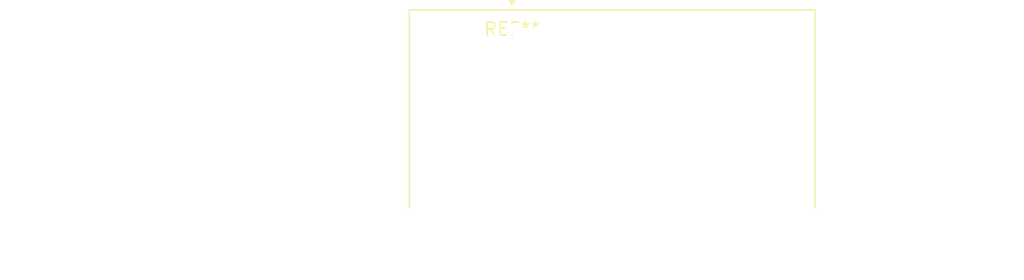
<source format=kicad_pcb>
(kicad_pcb (version 20240108) (generator pcbnew)
  (layers (0 "F.Cu" signal) (31 "B.Cu" signal) (34 "B.Paste" user) (35 "F.Paste" user) (36 "B.SilkS" user "B.Silkscreen") (37 "F.SilkS" user "F.Silkscreen") (38 "B.Mask" user) (39 "F.Mask" user) (44 "Edge.Cuts" user))
  (net 0 "")
  (footprint "DSUB-15_Male_Horizontal_P2.77x2.84mm_EdgePinOffset14.56mm_Housed_MountingHolesOffset8.20mm" (layer "F.Cu") (at 0 0)
    (property "Reference" "REF**")
    (property "Value" "DSUB-15_Male_Horizontal_P2.77x2.84mm_EdgePinOffset14.56mm_Housed_MountingHolesOffset8.20mm")
    (fp_line (start -9.965 -1.86) (end 29.355 -1.86) (layer "F.SilkS") (stroke (width 0.12)))
    (fp_line (start -9.965 17.34) (end -9.965 -1.86) (layer "F.SilkS") (stroke (width 0.12)))
    (fp_line (start -0.25 -2.754338) (end 0.25 -2.754338) (layer "F.SilkS") (stroke (width 0.12)))
    (fp_line (start 0 -2.321325) (end -0.25 -2.754338) (layer "F.SilkS") (stroke (width 0.12)))
    (fp_line (start 0.25 -2.754338) (end 0 -2.321325) (layer "F.SilkS") (stroke (width 0.12)))
    (fp_line (start 29.355 -1.86) (end 29.355 17.34) (layer "F.SilkS") (stroke (width 0.12)))
    (pad "0" thru_hole circle (at -6.955 9.2) (size 4 4) (drill 3.2) (layers *.Cu *.Mask) (remove_unused_layers))
    (pad "0" thru_hole circle (at 26.345 9.2) (size 4 4) (drill 3.2) (layers *.Cu *.Mask) (remove_unused_layers))
    (pad "1" thru_hole rect (at 0 0) (size 1.6 1.6) (drill 1) (layers *.Cu *.Mask) (remove_unused_layers))
    (pad "2" thru_hole circle (at 2.77 0) (size 1.6 1.6) (drill 1) (layers *.Cu *.Mask) (remove_unused_layers))
    (pad "3" thru_hole circle (at 5.54 0) (size 1.6 1.6) (drill 1) (layers *.Cu *.Mask) (remove_unused_layers))
    (pad "4" thru_hole circle (at 8.31 0) (size 1.6 1.6) (drill 1) (layers *.Cu *.Mask) (remove_unused_layers))
    (pad "5" thru_hole circle (at 11.08 0) (size 1.6 1.6) (drill 1) (layers *.Cu *.Mask) (remove_unused_layers))
    (pad "6" thru_hole circle (at 13.85 0) (size 1.6 1.6) (drill 1) (layers *.Cu *.Mask) (remove_unused_layers))
    (pad "7" thru_hole circle (at 16.62 0) (size 1.6 1.6) (drill 1) (layers *.Cu *.Mask) (remove_unused_layers))
    (pad "8" thru_hole circle (at 19.39 0) (size 1.6 1.6) (drill 1) (layers *.Cu *.Mask) (remove_unused_layers))
    (pad "9" thru_hole circle (at 1.385 2.84) (size 1.6 1.6) (drill 1) (layers *.Cu *.Mask) (remove_unused_layers))
    (pad "10" thru_hole circle (at 4.155 2.84) (size 1.6 1.6) (drill 1) (layers *.Cu *.Mask) (remove_unused_layers))
    (pad "11" thru_hole circle (at 6.925 2.84) (size 1.6 1.6) (drill 1) (layers *.Cu *.Mask) (remove_unused_layers))
    (pad "12" thru_hole circle (at 9.695 2.84) (size 1.6 1.6) (drill 1) (layers *.Cu *.Mask) (remove_unused_layers))
    (pad "13" thru_hole circle (at 12.465 2.84) (size 1.6 1.6) (drill 1) (layers *.Cu *.Mask) (remove_unused_layers))
    (pad "14" thru_hole circle (at 15.235 2.84) (size 1.6 1.6) (drill 1) (layers *.Cu *.Mask) (remove_unused_layers))
    (pad "15" thru_hole circle (at 18.005 2.84) (size 1.6 1.6) (drill 1) (layers *.Cu *.Mask) (remove_unused_layers))
  )
)
</source>
